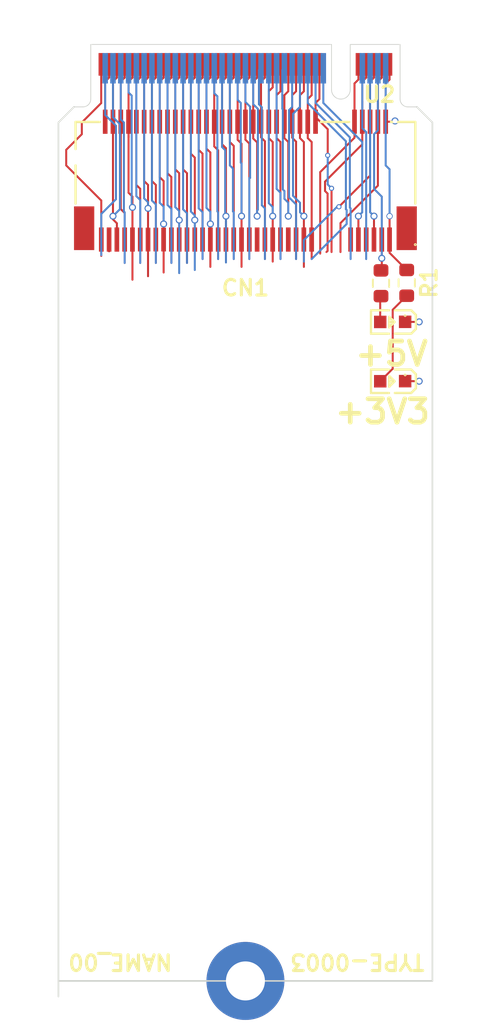
<source format=kicad_pcb>
(kicad_pcb (version 20221018) (generator pcbnew)
  (layers (0 "F.Cu" signal) (1 "In1.Cu" signal) (2 "In2.Cu" signal) (31 "B.Cu" signal) (34 "B.Paste" user) (35 "F.Paste" user) (36 "B.SilkS" user "B.Silkscreen") (37 "F.SilkS" user "F.Silkscreen") (38 "B.Mask" user) (39 "F.Mask" user) (44 "Edge.Cuts" user))
  (net 0 "")
  (net 1 "Net-(CN1-1-Pad11)")
  (net 2 "Net-(CN1-20-Pad21)")
  (net 3 "Net-(CN1-20-Pad23)")
  (net 4 "Net-(CN1-20-Pad25)")
  (net 5 "Net-(CN1-20-Pad27)")
  (net 6 "Net-(CN1-1-Pad66)")
  (net 7 "Net-(CN1-20-Pad33)")
  (net 8 "Net-(CN1-20-Pad35)")
  (net 9 "Net-(CN1-20-Pad37)")
  (net 10 "Net-(CN1-1-Pad5)")
  (net 11 "Net-(CN1-20-Pad39)")
  (net 12 "Net-(CN1-1-Pad69)")
  (net 13 "Net-(CN1-1-Pad71)")
  (net 14 "Net-(CN1-1-Pad73)")
  (net 15 "Net-(CN1-20-Pad41)")
  (net 16 "+3V3")
  (net 17 "Net-(CN1-20-Pad43)")
  (net 18 "Net-(CN1-20-Pad45)")
  (net 19 "Net-(CN1-20-Pad47)")
  (net 20 "Net-(CN1-20-Pad49)")
  (net 21 "Net-(CN1-20-Pad51)")
  (net 22 "Net-(CN1-20-Pad53)")
  (net 23 "Net-(CN1-20-Pad55)")
  (net 24 "Net-(CN1-20-Pad57)")
  (net 25 "Net-(CN1-20-Pad59)")
  (net 26 "Net-(CN1-20-Pad61)")
  (net 27 "Net-(CN1-1-Pad67)")
  (net 28 "Net-(CN1-1-Pad7)")
  (net 29 "Net-(CN1-20-Pad63)")
  (net 30 "Net-(CN1-1-Pad74)")
  (net 31 "Net-(CN1-1-Pad9)")
  (net 32 "GND")
  (net 33 "Net-(LED1-+)")
  (net 34 "+5V")
  (net 35 "Net-(LED2-+)")
  (net 36 "Net-(CN1-20-Pad29)")
  (net 37 "Net-(CN1-20-Pad31)")
  (net 38 "4")
  (net 39 "6")
  (net 40 "8")
  (net 41 "10")
  (net 42 "20")
  (footprint "NGFF:NGFF_M" (layer "F.Cu") (at 112.5 89.9 180)
    (fp_text reference "U2")
    (fp_text value "~")
    (fp_line (start -11 -4) (end -10.425 -4) (stroke (width 0.05)) (layer "Edge.Cuts"))
    (fp_line (start -9.925 -3.5) (end -9.925 0) (stroke (width 0.05)) (layer "Edge.Cuts"))
    (fp_line (start -9.925 0) (end -6.725 0) (stroke (width 0.05)) (layer "Edge.Cuts"))
    (fp_line (start -6.725 0) (end -6.725 -2.9) (stroke (width 0.05)) (layer "Edge.Cuts"))
    (fp_line (start -5.525 -2.9) (end -5.525 0) (stroke (width 0.05)) (layer "Edge.Cuts"))
    (fp_line (start -5.525 0) (end 0 0) (stroke (width 0.05)) (layer "Edge.Cuts"))
    (fp_line (start 0 0) (end 9.925 0) (stroke (width 0.05)) (layer "Edge.Cuts"))
    (fp_line (start 9.925 0) (end 9.925 -3.5) (stroke (width 0.05)) (layer "Edge.Cuts"))
    (fp_line (start 10.425 -4) (end 11 -4) (stroke (width 0.05)) (layer "Edge.Cuts"))
    (fp_arc (start -10.425 -4) (mid -10.071447 -3.853553) (end -9.925 -3.5) (stroke (width 0.05)) (layer "Edge.Cuts"))
    (fp_arc (start -6.725 -2.9) (mid -6.125 -3.5) (end -5.525 -2.9) (stroke (width 0.05)) (layer "Edge.Cuts"))
    (fp_arc (start 9.925 -3.5) (mid 10.071447 -3.853553) (end 10.425 -4) (stroke (width 0.05)) (layer "Edge.Cuts"))
  )
  (footprint "footprint_old:CONN-SMD_67P-P0.50-V_NASB0-S6701-TS50" (layer "F.Cu") (at 112.4999 98.6252 180)
    (fp_text reference "CN1")
    (fp_text value "NASB0-S6701-TS50")
  )
  (footprint "Resistor_SMD:R_0603_1608Metric" (layer "F.Cu") (at 122.850036 105.174964 -90)
    (fp_text reference "R1")
    (fp_text value "470R")
  )
  (footprint "Resistor_SMD:R_0603_1608Metric" (layer "F.Cu") (at 121.2 105.2 -90)
    (fp_text reference "R2" hide)
    (fp_text value "470R")
  )
  (footprint "MountingHole:MountingHole_2.5mm_Pad_TopBottom" (layer "F.Cu") (at 112.5 149.9 180)
    (fp_text reference "H1" hide)
    (fp_text value "MountingHole")
  )
  (footprint "footprints:LED0603-RD" (layer "F.Cu") (at 121.950036 107.674964 180)
    (fp_text reference "LED1" hide)
    (fp_text value "LTST-C191KRKT")
  )
  (footprint "footprints:LED0603-RD" (layer "F.Cu") (at 121.950036 111.474964 180)
    (fp_text reference "LED2" hide)
    (fp_text value "LTST-C191KRKT")
  )
  (gr_line (start 124.5 149.9) (end 124.5 94.9) (stroke (width 0.1)) (layer "Edge.Cuts"))
  (gr_line (start 124.5 149.9) (end 100.5 149.9) (stroke (width 0.1)) (layer "Edge.Cuts"))
  (gr_line (start 101.5 93.9) (end 100.5 94.9) (stroke (width 0.1)) (layer "Edge.Cuts"))
  (gr_line (start 100.5 150.9) (end 100.5 94.9) (stroke (width 0.1)) (layer "Edge.Cuts"))
  (gr_line (start 123.5 93.9) (end 124.5 94.9) (stroke (width 0.1)) (layer "Edge.Cuts"))
  (gr_text "TYPE-0003          NAME_00" (at 124.1 148.1 180) (layer "F.SilkS") (effects (font (size 1 1) (thickness 0.2) bold) (justify left bottom)))
  (gr_text "+3V3" (at 118.1 114.3) (layer "F.SilkS") (effects (font (size 1.5 1.5) (thickness 0.3) bold) (justify left bottom)))
  (gr_text "+5V" (at 119.4 110.6) (layer "F.SilkS") (effects (font (size 1.5 1.5) (thickness 0.3) bold) (justify left bottom)))
  (segment (start 117 91.425) (end 117 93.65) (width 0.127) (layer "B.Cu") (net 1))
  (segment (start 117 93.65) (end 119.2 95.85) (width 0.127) (layer "B.Cu") (net 1))
  (segment (start 119.2 95.85) (end 119.2 100.35) (width 0.127) (layer "B.Cu") (net 1))
  (segment (start 119.2 100.35) (end 119.25 100.4) (width 0.127) (layer "B.Cu") (net 1))
  (segment (start 119.25 100.4) (end 119.25 103.65) (width 0.127) (layer "B.Cu") (net 1))
  (segment (start 116.7498 102.2292) (end 116.7498 102.4) (width 0.127) (layer "F.Cu") (net 2))
  (segment (start 116.75 102.229) (end 116.7498 102.2292) (width 0.127) (layer "F.Cu") (net 2))
  (segment (start 116.75 102.229) (end 116.75 103.65) (width 0.127) (layer "F.Cu") (net 2))
  (segment (start 116.5 94.65) (end 116.5 95.8999) (width 0.127) (layer "F.Cu") (net 2))
  (segment (start 116.75 93.15) (end 116.5 93.4001) (width 0.127) (layer "F.Cu") (net 2))
  (segment (start 116.75 91.175) (end 116.75 93.15) (width 0.127) (layer "F.Cu") (net 2))
  (segment (start 116.5 95.8999) (end 116.75 96.15) (width 0.127) (layer "F.Cu") (net 2))
  (segment (start 116.5 93.4001) (end 116.5 94.65) (width 0.127) (layer "F.Cu") (net 2))
  (segment (start 116.75 96.15) (end 116.75 102.229) (width 0.127) (layer "F.Cu") (net 2))
  (segment (start 116.5 94.65) (end 116.4999 94.6501) (width 0.127) (layer "F.Cu") (net 2))
  (segment (start 116.4999 94.6501) (end 116.4999 94.8501) (width 0.127) (layer "F.Cu") (net 2))
  (segment (start 118.946 100.45521) (end 118.946 96.1) (width 0.127) (layer "B.Cu") (net 2))
  (segment (start 116.5 93.654) (end 116.5 91.425) (width 0.127) (layer "B.Cu") (net 2))
  (segment (start 118.996 101.404) (end 118.996 100.50521) (width 0.127) (layer "B.Cu") (net 2))
  (segment (start 116.75 103.65) (end 118.996 101.404) (width 0.127) (layer "B.Cu") (net 2))
  (segment (start 118.946 96.1) (end 116.5 93.654) (width 0.127) (layer "B.Cu") (net 2))
  (segment (start 118.996 100.50521) (end 118.946 100.45521) (width 0.127) (layer "B.Cu") (net 2))
  (segment (start 116.25 92.9) (end 116 93.1502) (width 0.127) (layer "F.Cu") (net 3))
  (segment (start 116.25 104.15) (end 116.25 100.9) (width 0.127) (layer "F.Cu") (net 3))
  (segment (start 116.25 96.15) (end 116.25 100.9) (width 0.127) (layer "F.Cu") (net 3))
  (segment (start 116 94.525) (end 115.9998 94.5252) (width 0.127) (layer "F.Cu") (net 3))
  (segment (start 116 94.525) (end 116 95.8998) (width 0.127) (layer "F.Cu") (net 3))
  (segment (start 116 93.1502) (end 116 94.525) (width 0.127) (layer "F.Cu") (net 3))
  (segment (start 115.9998 94.5252) (end 115.9998 94.8501) (width 0.127) (layer "F.Cu") (net 3))
  (segment (start 116.25 91.175) (end 116.25 92.9) (width 0.127) (layer "F.Cu") (net 3))
  (segment (start 116 95.8998) (end 116.25 96.15) (width 0.127) (layer "F.Cu") (net 3))
  (via (at 116.25 100.9) (size 0.45) (drill 0.3) (layers "F.Cu" "B.Cu") (net 3))
  (segment (start 116 93.9) (end 116 91.425) (width 0.127) (layer "B.Cu") (net 3))
  (segment (start 115.554 99.59479) (end 115.554 94.346) (width 0.127) (layer "B.Cu") (net 3))
  (segment (start 116.004 100.654) (end 116.004 100.04479) (width 0.127) (layer "B.Cu") (net 3))
  (segment (start 115.554 94.346) (end 116 93.9) (width 0.127) (layer "B.Cu") (net 3))
  (segment (start 116.004 100.04479) (end 115.554 99.59479) (width 0.127) (layer "B.Cu") (net 3))
  (segment (start 116.25 100.9) (end 116.004 100.654) (width 0.127) (layer "B.Cu") (net 3))
  (segment (start 115.75 102.229) (end 115.7498 102.2292) (width 0.127) (layer "F.Cu") (net 4))
  (segment (start 115.4999 94.5126) (end 115.4999 94.8501) (width 0.127) (layer "F.Cu") (net 4))
  (segment (start 115.5 94.5125) (end 115.5 95.8749) (width 0.127) (layer "F.Cu") (net 4))
  (segment (start 115.5 94.5125) (end 115.4999 94.5126) (width 0.127) (layer "F.Cu") (net 4))
  (segment (start 115.75 102.229) (end 115.75 103.65) (width 0.127) (layer "F.Cu") (net 4))
  (segment (start 115.75 92.9) (end 115.5 93.1501) (width 0.127) (layer "F.Cu") (net 4))
  (segment (start 115.5 95.8749) (end 115.75 96.1249) (width 0.127) (layer "F.Cu") (net 4))
  (segment (start 115.5 93.1501) (end 115.5 94.5125) (width 0.127) (layer "F.Cu") (net 4))
  (segment (start 115.75 96.1249) (end 115.75 102.229) (width 0.127) (layer "F.Cu") (net 4))
  (segment (start 115.7498 102.2292) (end 115.7498 102.4) (width 0.127) (layer "F.Cu") (net 4))
  (segment (start 115.75 91.175) (end 115.75 92.9) (width 0.127) (layer "F.Cu") (net 4))
  (segment (start 115.75 100.15) (end 115.75 103.65) (width 0.127) (layer "B.Cu") (net 4))
  (segment (start 115.5 93.904) (end 115.3 94.104) (width 0.127) (layer "B.Cu") (net 4))
  (segment (start 115.3 94.104) (end 115.3 99.7) (width 0.127) (layer "B.Cu") (net 4))
  (segment (start 115.3 99.7) (end 115.75 100.15) (width 0.127) (layer "B.Cu") (net 4))
  (segment (start 115.5 91.425) (end 115.5 93.904) (width 0.127) (layer "B.Cu") (net 4))
  (segment (start 114.9998 94.5252) (end 114.9998 94.8501) (width 0.127) (layer "F.Cu") (net 5))
  (segment (start 115.25 96.15) (end 115 95.8998) (width 0.127) (layer "F.Cu") (net 5))
  (segment (start 115 95.8998) (end 115 94.525) (width 0.127) (layer "F.Cu") (net 5))
  (segment (start 115 94.525) (end 115 93.1502) (width 0.127) (layer "F.Cu") (net 5))
  (segment (start 115 93.1502) (end 115.25 92.9) (width 0.127) (layer "F.Cu") (net 5))
  (segment (start 115 94.525) (end 114.9998 94.5252) (width 0.127) (layer "F.Cu") (net 5))
  (segment (start 115.25 100.9) (end 115.25 96.15) (width 0.127) (layer "F.Cu") (net 5))
  (segment (start 115.25 92.9) (end 115.25 91.175) (width 0.127) (layer "F.Cu") (net 5))
  (via (at 115.25 100.9) (size 0.45) (drill 0.3) (layers "F.Cu" "B.Cu") (net 5))
  (segment (start 114.866 91.5345) (end 114.975 91.425) (width 0.127) (layer "B.Cu") (net 5))
  (segment (start 115.25 100.037) (end 115.004 99.791) (width 0.127) (layer "B.Cu") (net 5))
  (segment (start 115.004 99.791) (end 115.004 99.29459) (width 0.127) (layer "B.Cu") (net 5))
  (segment (start 115.004 99.29459) (end 114.9 99.19059) (width 0.127) (layer "B.Cu") (net 5))
  (segment (start 115.25 100.9) (end 115.25 100.037) (width 0.127) (layer "B.Cu") (net 5))
  (segment (start 114.9 94.0575) (end 114.866 94.0235) (width 0.127) (layer "B.Cu") (net 5))
  (segment (start 114.866 94.0235) (end 114.866 91.5345) (width 0.127) (layer "B.Cu") (net 5))
  (segment (start 114.975 91.425) (end 115 91.425) (width 0.127) (layer "B.Cu") (net 5))
  (segment (start 114.9 99.19059) (end 114.9 94.0575) (width 0.127) (layer "B.Cu") (net 5))
  (segment (start 105.75 92.027) (end 105.5 92.2771) (width 0.127) (layer "F.Cu") (net 6))
  (segment (start 105.7498 102.1042) (end 105.7498 102.4003) (width 0.127) (layer "F.Cu") (net 6))
  (segment (start 105.75 102.104) (end 105.7498 102.1042) (width 0.127) (layer "F.Cu") (net 6))
  (segment (start 105.4999 95.5884) (end 105.4999 94.8504) (width 0.127) (layer "F.Cu") (net 6))
  (segment (start 105.5 95.5885) (end 105.5 98.9) (width 0.127) (layer "F.Cu") (net 6))
  (segment (start 105.5 98.9) (end 105.75 99.1499) (width 0.127) (layer "F.Cu") (net 6))
  (segment (start 105.75 99.1499) (end 105.75 102.104) (width 0.127) (layer "F.Cu") (net 6))
  (segment (start 105.75 91.175) (end 105.75 92.027) (width 0.127) (layer "F.Cu") (net 6))
  (segment (start 105.5 92.2771) (end 105.5 95.5885) (width 0.127) (layer "F.Cu") (net 6))
  (segment (start 105.5 95.5885) (end 105.4999 95.5884) (width 0.127) (layer "F.Cu") (net 6))
  (segment (start 105.75 102.104) (end 105.75 103.9) (width 0.127) (layer "F.Cu") (net 6))
  (segment (start 105.75 99.8684) (end 105.75 103.9) (width 0.127) (layer "B.Cu") (net 6))
  (segment (start 105.5 91.425) (end 105.5 99.6184) (width 0.127) (layer "B.Cu") (net 6))
  (segment (start 105.5 99.6184) (end 105.75 99.8684) (width 0.127) (layer "B.Cu") (net 6))
  (segment (start 113.75 91.175) (end 113.75 92.027) (width 0.127) (layer "F.Cu") (net 7))
  (segment (start 113.75 96.1001) (end 113.75 102.229) (width 0.127) (layer "F.Cu") (net 7))
  (segment (start 113.7498 102.2292) (end 113.7498 102.4) (width 0.127) (layer "F.Cu") (net 7))
  (segment (start 113.4999 94.0636) (end 113.4999 94.8501) (width 0.127) (layer "F.Cu") (net 7))
  (segment (start 113.75 92.027) (end 113.5 92.2771) (width 0.127) (layer "F.Cu") (net 7))
  (segment (start 113.5 94.0635) (end 113.5 95.85) (width 0.127) (layer "F.Cu") (net 7))
  (segment (start 113.5 94.0635) (end 113.4999 94.0636) (width 0.127) (layer "F.Cu") (net 7))
  (segment (start 113.75 102.229) (end 113.7498 102.2292) (width 0.127) (layer "F.Cu") (net 7))
  (segment (start 113.75 102.229) (end 113.75 103.65) (width 0.127) (layer "F.Cu") (net 7))
  (segment (start 113.5 92.2771) (end 113.5 94.0635) (width 0.127) (layer "F.Cu") (net 7))
  (segment (start 113.5 95.85) (end 113.75 96.1001) (width 0.127) (layer "F.Cu") (net 7))
  (segment (start 113.554 93.9219) (end 113.554 100.204) (width 0.127) (layer "B.Cu") (net 7))
  (segment (start 113.475 91.425) (end 113.366 91.5345) (width 0.127) (layer "B.Cu") (net 7))
  (segment (start 113.554 100.204) (end 113.75 100.4) (width 0.127) (layer "B.Cu") (net 7))
  (segment (start 113.75 100.4) (end 113.75 103.65) (width 0.127) (layer "B.Cu") (net 7))
  (segment (start 113.5 91.425) (end 113.475 91.425) (width 0.127) (layer "B.Cu") (net 7))
  (segment (start 113.366 93.7339) (end 113.554 93.9219) (width 0.127) (layer "B.Cu") (net 7))
  (segment (start 113.366 91.5345) (end 113.366 93.7339) (width 0.127) (layer "B.Cu") (net 7))
  (segment (start 113 92.2772) (end 113 94.1011) (width 0.127) (layer "F.Cu") (net 8))
  (segment (start 112.9998 94.1013) (end 112.9998 94.8501) (width 0.127) (layer "F.Cu") (net 8))
  (segment (start 113.25 92.027) (end 113 92.2772) (width 0.127) (layer "F.Cu") (net 8))
  (segment (start 113 95.925) (end 113.25 96.1752) (width 0.127) (layer "F.Cu") (net 8))
  (segment (start 113.25 91.175) (end 113.25 92.027) (width 0.127) (layer "F.Cu") (net 8))
  (segment (start 113.25 96.1752) (end 113.25 100.9) (width 0.127) (layer "F.Cu") (net 8))
  (segment (start 113 94.1011) (end 112.9998 94.1013) (width 0.127) (layer "F.Cu") (net 8))
  (segment (start 113 94.1011) (end 113 95.925) (width 0.127) (layer "F.Cu") (net 8))
  (via (at 113.25 100.9) (size 0.45) (drill 0.3) (layers "F.Cu" "B.Cu") (net 8))
  (segment (start 113.3 100.491) (end 113.25 100.541) (width 0.127) (layer "B.Cu") (net 8))
  (segment (start 113.3 94.027172) (end 113.3 100.491) (width 0.127) (layer "B.Cu") (net 8))
  (segment (start 113.25 100.541) (end 113.25 100.9) (width 0.127) (layer "B.Cu") (net 8))
  (segment (start 113 91.425) (end 113 93.727172) (width 0.127) (layer "B.Cu") (net 8))
  (segment (start 113 93.727172) (end 113.3 94.027172) (width 0.127) (layer "B.Cu") (net 8))
  (segment (start 112.5 92.2771) (end 112.5 94.1385) (width 0.127) (layer "F.Cu") (net 9))
  (segment (start 112.75 102.229) (end 112.7498 102.2292) (width 0.127) (layer "F.Cu") (net 9))
  (segment (start 112.4999 94.1386) (end 112.4999 94.8501) (width 0.127) (layer "F.Cu") (net 9))
  (segment (start 112.75 96.2499) (end 112.75 102.229) (width 0.127) (layer "F.Cu") (net 9))
  (segment (start 112.5 94.1385) (end 112.4999 94.1386) (width 0.127) (layer "F.Cu") (net 9))
  (segment (start 112.7498 102.2292) (end 112.7498 102.4) (width 0.127) (layer "F.Cu") (net 9))
  (segment (start 112.75 91.175) (end 112.75 92.027) (width 0.127) (layer "F.Cu") (net 9))
  (segment (start 112.5 94.1385) (end 112.5 95.9999) (width 0.127) (layer "F.Cu") (net 9))
  (segment (start 112.75 102.229) (end 112.75 103.65) (width 0.127) (layer "F.Cu") (net 9))
  (segment (start 112.5 95.9999) (end 112.75 96.2499) (width 0.127) (layer "F.Cu") (net 9))
  (segment (start 112.75 92.027) (end 112.5 92.2771) (width 0.127) (layer "F.Cu") (net 9))
  (segment (start 112.8068 93.8932) (end 112.8 93.9) (width 0.127) (layer "B.Cu") (net 9))
  (segment (start 112.8 93.9) (end 112.8 98.4498) (width 0.127) (layer "B.Cu") (net 9))
  (segment (start 112.75 98.45) (end 112.75 103.65) (width 0.127) (layer "B.Cu") (net 9))
  (segment (start 112.8 98.4498) (end 112.7998 98.45) (width 0.127) (layer "B.Cu") (net 9))
  (segment (start 112.5 93.5868) (end 112.8068 93.8932) (width 0.127) (layer "B.Cu") (net 9))
  (segment (start 112.5 91.425) (end 112.5 93.5868) (width 0.127) (layer "B.Cu") (net 9))
  (segment (start 112.7998 98.45) (end 112.75 98.45) (width 0.127) (layer "B.Cu") (net 9))
  (segment (start 120.75 100.9) (end 120.75 102.3209) (width 0.127) (layer "F.Cu") (net 10))
  (segment (start 120.75 102.3209) (end 120.7498 102.3211) (width 0.127) (layer "F.Cu") (net 10))
  (segment (start 120.7498 102.3211) (end 120.7498 102.4) (width 0.127) (layer "F.Cu") (net 10))
  (via (at 120.75 100.9) (size 0.45) (drill 0.3) (layers "F.Cu" "B.Cu") (net 10))
  (segment (start 120.504 100.654) (end 120.504 95.412) (width 0.127) (layer "B.Cu") (net 10))
  (segment (start 120.5 95.408) (end 120.5 91.425) (width 0.127) (layer "B.Cu") (net 10))
  (segment (start 120.75 100.9) (end 120.504 100.654) (width 0.127) (layer "B.Cu") (net 10))
  (segment (start 120.504 95.412) (end 120.5 95.408) (width 0.127) (layer "B.Cu") (net 10))
  (segment (start 112 92.2772) (end 112 94.1433) (width 0.127) (layer "F.Cu") (net 11))
  (segment (start 112.25 100.9) (end 112.25 104.15) (width 0.127) (layer "F.Cu") (net 11))
  (segment (start 112.25 92.027) (end 112 92.2772) (width 0.127) (layer "F.Cu") (net 11))
  (segment (start 112.25 91.175) (end 112.25 92.027) (width 0.127) (layer "F.Cu") (net 11))
  (segment (start 112 94.1433) (end 112 96.0094) (width 0.127) (layer "F.Cu") (net 11))
  (segment (start 112 94.1433) (end 111.9998 94.1435) (width 0.127) (layer "F.Cu") (net 11))
  (segment (start 112.25 96.2596) (end 112.25 100.9) (width 0.127) (layer "F.Cu") (net 11))
  (segment (start 112 96.0094) (end 112.25 96.2596) (width 0.127) (layer "F.Cu") (net 11))
  (segment (start 111.9998 94.1435) (end 111.9998 94.8501) (width 0.127) (layer "F.Cu") (net 11))
  (via (at 112.25 100.9) (size 0.45) (drill 0.3) (layers "F.Cu" "B.Cu") (net 11))
  (segment (start 112 93.4461) (end 112.2 93.646077) (width 0.127) (layer "B.Cu") (net 11))
  (segment (start 112 91.425) (end 112 93.4461) (width 0.127) (layer "B.Cu") (net 11))
  (segment (start 112.2 97.4722) (end 112.25 97.5222) (width 0.127) (layer "B.Cu") (net 11))
  (segment (start 112.25 97.5222) (end 112.25 100.9) (width 0.127) (layer "B.Cu") (net 11))
  (segment (start 112.2 93.646077) (end 112.2 97.4722) (width 0.127) (layer "B.Cu") (net 11))
  (segment (start 104.7498 102.2997) (end 104.7498 102.4) (width 0.127) (layer "F.Cu") (net 12))
  (segment (start 104.4999 96.3629) (end 104.4999 94.8504) (width 0.127) (layer "F.Cu") (net 12))
  (segment (start 104.5 92.2771) (end 104.5 96.363) (width 0.127) (layer "F.Cu") (net 12))
  (segment (start 104.75 91.175) (end 104.75 92.027) (width 0.127) (layer "F.Cu") (net 12))
  (segment (start 104.5 96.363) (end 104.4999 96.3629) (width 0.127) (layer "F.Cu") (net 12))
  (segment (start 104.75 102.2995) (end 104.75 103.9) (width 0.127) (layer "F.Cu") (net 12))
  (segment (start 104.75 100.699) (end 104.75 102.2995) (width 0.127) (layer "F.Cu") (net 12))
  (segment (start 104.75 92.027) (end 104.5 92.2771) (width 0.127) (layer "F.Cu") (net 12))
  (segment (start 104.5 100.449) (end 104.75 100.699) (width 0.127) (layer "F.Cu") (net 12))
  (segment (start 104.75 102.2995) (end 104.7498 102.2997) (width 0.127) (layer "F.Cu") (net 12))
  (segment (start 104.5 96.363) (end 104.5 100.449) (width 0.127) (layer "F.Cu") (net 12))
  (segment (start 104.7 100.6) (end 104.75 100.65) (width 0.127) (layer "B.Cu") (net 12))
  (segment (start 104.5 91.425) (end 104.5 94.7) (width 0.127) (layer "B.Cu") (net 12))
  (segment (start 104.75 100.65) (end 104.75 103.9) (width 0.127) (layer "B.Cu") (net 12))
  (segment (start 104.5 94.7) (end 104.7 94.9) (width 0.127) (layer "B.Cu") (net 12))
  (segment (start 104.7 94.9) (end 104.7 100.6) (width 0.127) (layer "B.Cu") (net 12))
  (segment (start 104.25 91.175) (end 104.25 92.027) (width 0.127) (layer "F.Cu") (net 13))
  (segment (start 104 92.2772) (end 104 94.5902) (width 0.127) (layer "F.Cu") (net 13))
  (segment (start 104.25 101.357) (end 104.25 102.4) (width 0.127) (layer "F.Cu") (net 13))
  (segment (start 104 94.5902) (end 103.9998 94.5904) (width 0.127) (layer "F.Cu") (net 13))
  (segment (start 103.9998 94.5904) (end 103.9998 94.8504) (width 0.127) (layer "F.Cu") (net 13))
  (segment (start 104 94.5902) (end 104 100.9) (width 0.127) (layer "F.Cu") (net 13))
  (segment (start 104.25 92.027) (end 104 92.2772) (width 0.127) (layer "F.Cu") (net 13))
  (segment (start 104 100.9) (end 104 101.107) (width 0.127) (layer "F.Cu") (net 13))
  (segment (start 104 101.107) (end 104.25 101.357) (width 0.127) (layer "F.Cu") (net 13))
  (via (at 104 100.9) (size 0.45) (drill 0.3) (layers "F.Cu" "B.Cu") (net 13))
  (segment (start 104.446 95.00521) (end 104 94.55921) (width 0.127) (layer "B.Cu") (net 13))
  (segment (start 104 100.9) (end 104.446 100.454) (width 0.127) (layer "B.Cu") (net 13))
  (segment (start 104.446 100.454) (end 104.446 95.00521) (width 0.127) (layer "B.Cu") (net 13))
  (segment (start 104 94.55921) (end 104 91.425) (width 0.127) (layer "B.Cu") (net 13))
  (segment (start 103.75 103.15) (end 103.75 102.4) (width 0.127) (layer "F.Cu") (net 14))
  (segment (start 103.7498 103.1498) (end 103.7498 102.4) (width 0.127) (layer "F.Cu") (net 14))
  (segment (start 104.192 99.817) (end 103.25 100.759) (width 0.127) (layer "B.Cu") (net 14))
  (segment (start 103.25 100.759) (end 103.25 103.4) (width 0.127) (layer "B.Cu") (net 14))
  (segment (start 103.5 91.425) (end 103.5 94.41842) (width 0.127) (layer "B.Cu") (net 14))
  (segment (start 103.5 94.41842) (end 104.192 95.11042) (width 0.127) (layer "B.Cu") (net 14))
  (segment (start 104.192 95.11042) (end 104.192 99.817) (width 0.127) (layer "B.Cu") (net 14))
  (segment (start 111.75 102.229) (end 111.75 96.4) (width 0.127) (layer "F.Cu") (net 15))
  (segment (start 111.75 102.229) (end 111.7498 102.2292) (width 0.127) (layer "F.Cu") (net 15))
  (segment (start 111.5 94.2136) (end 111.4999 94.2137) (width 0.127) (layer "F.Cu") (net 15))
  (segment (start 111.75 96.4) (end 111.5 96.1501) (width 0.127) (layer "F.Cu") (net 15))
  (segment (start 111.5 94.2136) (end 111.5 92.2771) (width 0.127) (layer "F.Cu") (net 15))
  (segment (start 111.75 92.027) (end 111.75 91.175) (width 0.127) (layer "F.Cu") (net 15))
  (segment (start 111.75 103.65) (end 111.75 102.229) (width 0.127) (layer "F.Cu") (net 15))
  (segment (start 111.7498 102.2292) (end 111.7498 102.4) (width 0.127) (layer "F.Cu") (net 15))
  (segment (start 111.5 96.1501) (end 111.5 94.2136) (width 0.127) (layer "F.Cu") (net 15))
  (segment (start 111.5 92.2771) (end 111.75 92.027) (width 0.127) (layer "F.Cu") (net 15))
  (segment (start 111.4999 94.2137) (end 111.4999 94.8504) (width 0.127) (layer "F.Cu") (net 15))
  (segment (start 111.5 91.425) (end 111.5 97.6496) (width 0.127) (layer "B.Cu") (net 15))
  (segment (start 111.75 100.65) (end 111.75 103.65) (width 0.127) (layer "B.Cu") (net 15))
  (segment (start 111.7 100.6) (end 111.75 100.65) (width 0.127) (layer "B.Cu") (net 15))
  (segment (start 111.7 97.8496) (end 111.7 100.6) (width 0.127) (layer "B.Cu") (net 15))
  (segment (start 111.5 97.6496) (end 111.7 97.8496) (width 0.127) (layer "B.Cu") (net 15))
  (segment (start 121.749836 103.249836) (end 121.9 103.4) (width 0.127) (layer "F.Cu") (net 16))
  (segment (start 121.9 103.4) (end 121.900072 103.4) (width 0.127) (layer "F.Cu") (net 16))
  (segment (start 121.749836 102.400029) (end 121.749836 103.249836) (width 0.127) (layer "F.Cu") (net 16))
  (segment (start 121.75 100.9) (end 121.75 102.3209) (width 0.127) (layer "F.Cu") (net 16))
  (segment (start 121.7498 102.3211) (end 121.7498 102.4) (width 0.127) (layer "F.Cu") (net 16))
  (segment (start 121.900072 103.4) (end 122.850036 104.349964) (width 0.127) (layer "F.Cu") (net 16))
  (segment (start 121.75 102.3209) (end 121.7498 102.3211) (width 0.127) (layer "F.Cu") (net 16))
  (via (at 121.75 100.9) (size 0.4) (drill 0.3) (layers "F.Cu" "B.Cu") (net 16))
  (segment (start 121.5 97.65) (end 121.5 91.425) (width 0.127) (layer "B.Cu") (net 16))
  (segment (start 121.75 100.9) (end 121.75 97.8999) (width 0.127) (layer "B.Cu") (net 16))
  (segment (start 121.75 97.8999) (end 121.5 97.65) (width 0.127) (layer "B.Cu") (net 16))
  (segment (start 111.25 92.027) (end 111 92.2772) (width 0.127) (layer "F.Cu") (net 17))
  (segment (start 111 92.2772) (end 111 94.2841) (width 0.127) (layer "F.Cu") (net 17))
  (segment (start 111 94.2841) (end 110.9998 94.2843) (width 0.127) (layer "F.Cu") (net 17))
  (segment (start 111.25 91.175) (end 111.25 92.027) (width 0.127) (layer "F.Cu") (net 17))
  (segment (start 111 96.291) (end 111.25 96.5412) (width 0.127) (layer "F.Cu") (net 17))
  (segment (start 110.9998 94.2843) (end 110.9998 94.8504) (width 0.127) (layer "F.Cu") (net 17))
  (segment (start 111 94.2841) (end 111 96.291) (width 0.127) (layer "F.Cu") (net 17))
  (segment (start 111.25 100.9) (end 111.25 102.4) (width 0.127) (layer "F.Cu") (net 17))
  (segment (start 111.25 96.5412) (end 111.25 100.9) (width 0.127) (layer "F.Cu") (net 17))
  (via (at 111.25 100.9) (size 0.45) (drill 0.3) (layers "F.Cu" "B.Cu") (net 17))
  (segment (start 111.2 96.672) (end 111.2 100.741) (width 0.127) (layer "B.Cu") (net 17))
  (segment (start 111.25 103.87) (end 111.25 100.9) (width 0.127) (layer "B.Cu") (net 17))
  (segment (start 111 91.425) (end 111 96.472) (width 0.127) (layer "B.Cu") (net 17))
  (segment (start 111 96.472) (end 111.2 96.672) (width 0.127) (layer "B.Cu") (net 17))
  (segment (start 111.25 100.791) (end 111.25 100.9) (width 0.127) (layer "B.Cu") (net 17))
  (segment (start 111.2 100.741) (end 111.25 100.791) (width 0.127) (layer "B.Cu") (net 17))
  (segment (start 110.5 96.4316) (end 110.75 96.6816) (width 0.127) (layer "F.Cu") (net 18))
  (segment (start 110.75 102.479) (end 110.75 103.65) (width 0.127) (layer "F.Cu") (net 18))
  (segment (start 110.75 91.175) (end 110.75 92.027) (width 0.127) (layer "F.Cu") (net 18))
  (segment (start 110.5 94.3543) (end 110.4999 94.3544) (width 0.127) (layer "F.Cu") (net 18))
  (segment (start 110.5 94.3543) (end 110.5 96.4316) (width 0.127) (layer "F.Cu") (net 18))
  (segment (start 110.75 102.479) (end 110.7498 102.4788) (width 0.127) (layer "F.Cu") (net 18))
  (segment (start 110.4999 94.3544) (end 110.4999 94.8504) (width 0.127) (layer "F.Cu") (net 18))
  (segment (start 110.75 92.027) (end 110.5 92.2771) (width 0.127) (layer "F.Cu") (net 18))
  (segment (start 110.5 92.2771) (end 110.5 94.3543) (width 0.127) (layer "F.Cu") (net 18))
  (segment (start 110.75 96.6816) (end 110.75 102.479) (width 0.127) (layer "F.Cu") (net 18))
  (segment (start 110.7498 102.4788) (end 110.7498 102.4) (width 0.127) (layer "F.Cu") (net 18))
  (segment (start 110.75 103.65) (end 110.75 100.65) (width 0.127) (layer "B.Cu") (net 18))
  (segment (start 110.5 93.0237) (end 110.5 91.425) (width 0.127) (layer "B.Cu") (net 18))
  (segment (start 110.7 93.2237) (end 110.5 93.0237) (width 0.127) (layer "B.Cu") (net 18))
  (segment (start 110.7 100.6) (end 110.7 93.2237) (width 0.127) (layer "B.Cu") (net 18))
  (segment (start 110.75 100.65) (end 110.7 100.6) (width 0.127) (layer "B.Cu") (net 18))
  (segment (start 109.9998 94.4251) (end 109.9998 94.8504) (width 0.127) (layer "F.Cu") (net 19))
  (segment (start 110.25 91.175) (end 110.25 92.027) (width 0.127) (layer "F.Cu") (net 19))
  (segment (start 110.25 92.027) (end 110 92.2772) (width 0.127) (layer "F.Cu") (net 19))
  (segment (start 110.25 96.8228) (end 110.25 101.4) (width 0.127) (layer "F.Cu") (net 19))
  (segment (start 110 92.2772) (end 110 94.4249) (width 0.127) (layer "F.Cu") (net 19))
  (segment (start 110.25 101.4) (end 110.25 104.15) (width 0.127) (layer "F.Cu") (net 19))
  (segment (start 110 94.4249) (end 109.9998 94.4251) (width 0.127) (layer "F.Cu") (net 19))
  (segment (start 110 96.5726) (end 110.25 96.8228) (width 0.127) (layer "F.Cu") (net 19))
  (segment (start 110 94.4249) (end 110 96.5726) (width 0.127) (layer "F.Cu") (net 19))
  (via (at 110.25 101.4) (size 0.45) (drill 0.3) (layers "F.Cu" "B.Cu") (net 19))
  (segment (start 110.25 101.4) (end 110.25 100.6205) (width 0.127) (layer "B.Cu") (net 19))
  (segment (start 110.25 100.6205) (end 110 100.3705) (width 0.127) (layer "B.Cu") (net 19))
  (segment (start 110 100.3705) (end 110 91.425) (width 0.127) (layer "B.Cu") (net 19))
  (segment (start 109.5 94.4636) (end 109.4999 94.4637) (width 0.127) (layer "F.Cu") (net 20))
  (segment (start 109.746 102.396) (end 109.7498 102.3998) (width 0.127) (layer "F.Cu") (net 20))
  (segment (start 109.5 92.2771) (end 109.5 94.4636) (width 0.127) (layer "F.Cu") (net 20))
  (segment (start 109.7498 102.3998) (end 109.7498 102.4) (width 0.127) (layer "F.Cu") (net 20))
  (segment (start 109.75 102.4) (end 109.75 103.65) (width 0.127) (layer "F.Cu") (net 20))
  (segment (start 109.75 91.175) (end 109.75 92.027) (width 0.127) (layer "F.Cu") (net 20))
  (segment (start 109.746 96.8959) (end 109.746 102.396) (width 0.127) (layer "F.Cu") (net 20))
  (segment (start 109.75 92.027) (end 109.5 92.2771) (width 0.127) (layer "F.Cu") (net 20))
  (segment (start 109.5 94.4636) (end 109.5 96.6501) (width 0.127) (layer "F.Cu") (net 20))
  (segment (start 109.4999 94.4637) (end 109.4999 94.8504) (width 0.127) (layer "F.Cu") (net 20))
  (segment (start 109.5 96.6501) (end 109.746 96.8959) (width 0.127) (layer "F.Cu") (net 20))
  (segment (start 109.7498 102.3998) (end 109.75 102.4) (width 0.127) (layer "F.Cu") (net 20))
  (segment (start 109.5 91.425) (end 109.5 100.4) (width 0.127) (layer "B.Cu") (net 20))
  (segment (start 109.5 100.4) (end 109.75 100.65) (width 0.127) (layer "B.Cu") (net 20))
  (segment (start 109.75 100.65) (end 109.75 103.65) (width 0.127) (layer "B.Cu") (net 20))
  (segment (start 109.25 97.15) (end 109.25 101.15) (width 0.127) (layer "F.Cu") (net 21))
  (segment (start 109 96.9) (end 109.25 97.15) (width 0.127) (layer "F.Cu") (net 21))
  (segment (start 108.9998 94.5888) (end 108.9998 94.8504) (width 0.127) (layer "F.Cu") (net 21))
  (segment (start 109 94.5886) (end 109 96.9) (width 0.127) (layer "F.Cu") (net 21))
  (segment (start 109.25 101.15) (end 109.25 102.4) (width 0.127) (layer "F.Cu") (net 21))
  (segment (start 109 92.2772) (end 109 94.5886) (width 0.127) (layer "F.Cu") (net 21))
  (segment (start 109 94.5886) (end 108.9998 94.5888) (width 0.127) (layer "F.Cu") (net 21))
  (segment (start 109.25 92.027) (end 109 92.2772) (width 0.127) (layer "F.Cu") (net 21))
  (segment (start 109.25 91.175) (end 109.25 92.027) (width 0.127) (layer "F.Cu") (net 21))
  (via (at 109.25 101.15) (size 0.45) (drill 0.3) (layers "F.Cu" "B.Cu") (net 21))
  (segment (start 109 100.604) (end 109.25 100.854) (width 0.127) (layer "B.Cu") (net 21))
  (segment (start 109 91.425) (end 109 100.604) (width 0.127) (layer "B.Cu") (net 21))
  (segment (start 109.25 100.854) (end 109.25 101.15) (width 0.127) (layer "B.Cu") (net 21))
  (segment (start 109.25 101.15) (end 109.25 104.35) (width 0.127) (layer "B.Cu") (net 21))
  (segment (start 108.5 95.0886) (end 108.4999 95.0885) (width 0.127) (layer "F.Cu") (net 22))
  (segment (start 108.75 102.479) (end 108.75 98.15) (width 0.127) (layer "F.Cu") (net 22))
  (segment (start 108.75 103.9) (end 108.75 102.479) (width 0.127) (layer "F.Cu") (net 22))
  (segment (start 108.4999 95.0885) (end 108.4999 94.8504) (width 0.127) (layer "F.Cu") (net 22))
  (segment (start 108.75 98.15) (end 108.5 97.9001) (width 0.127) (layer "F.Cu") (net 22))
  (segment (start 108.75 92.027) (end 108.75 91.175) (width 0.127) (layer "F.Cu") (net 22))
  (segment (start 108.5 95.0886) (end 108.5 92.2771) (width 0.127) (layer "F.Cu") (net 22))
  (segment (start 108.75 102.479) (end 108.7498 102.4788) (width 0.127) (layer "F.Cu") (net 22))
  (segment (start 108.5 92.2771) (end 108.75 92.027) (width 0.127) (layer "F.Cu") (net 22))
  (segment (start 108.7498 102.4788) (end 108.7498 102.4) (width 0.127) (layer "F.Cu") (net 22))
  (segment (start 108.5 97.9001) (end 108.5 95.0886) (width 0.127) (layer "F.Cu") (net 22))
  (segment (start 108.5 91.425) (end 108.5 100.463) (width 0.127) (layer "B.Cu") (net 22))
  (segment (start 108.5 100.463) (end 108.75 100.713) (width 0.127) (layer "B.Cu") (net 22))
  (segment (start 108.75 100.713) (end 108.75 103.9) (width 0.127) (layer "B.Cu") (net 22))
  (segment (start 108.25 98.15) (end 108 97.8998) (width 0.127) (layer "F.Cu") (net 23))
  (segment (start 108 97.8998) (end 108 95.0885) (width 0.127) (layer "F.Cu") (net 23))
  (segment (start 108.25 101.15) (end 108.25 102.4) (width 0.127) (layer "F.Cu") (net 23))
  (segment (start 108 92.2772) (end 108.25 92.027) (width 0.127) (layer "F.Cu") (net 23))
  (segment (start 108.25 92.027) (end 108.25 91.175) (width 0.127) (layer "F.Cu") (net 23))
  (segment (start 108.25 101.15) (end 108.25 98.15) (width 0.127) (layer "F.Cu") (net 23))
  (segment (start 108 95.0885) (end 108 92.2772) (width 0.127) (layer "F.Cu") (net 23))
  (segment (start 108 95.0885) (end 107.9998 95.0883) (width 0.127) (layer "F.Cu") (net 23))
  (segment (start 107.9998 95.0883) (end 107.9998 94.8504) (width 0.127) (layer "F.Cu") (net 23))
  (via (at 108.25 101.15) (size 0.45) (drill 0.3) (layers "F.Cu" "B.Cu") (net 23))
  (segment (start 108.25 100.572) (end 108.25 101.15) (width 0.127) (layer "B.Cu") (net 23))
  (segment (start 108 91.425) (end 108 100.322) (width 0.127) (layer "B.Cu") (net 23))
  (segment (start 108 100.322) (end 108.25 100.572) (width 0.127) (layer "B.Cu") (net 23))
  (segment (start 108.25 101.15) (end 108.25 104.55) (width 0.127) (layer "B.Cu") (net 23))
  (segment (start 107.5 95.2135) (end 107.5 92.2771) (width 0.127) (layer "F.Cu") (net 24))
  (segment (start 107.75 102.4) (end 107.7498 102.3998) (width 0.127) (layer "F.Cu") (net 24))
  (segment (start 107.5 92.2771) (end 107.75 92.027) (width 0.127) (layer "F.Cu") (net 24))
  (segment (start 107.75 103.9) (end 107.75 102.4) (width 0.127) (layer "F.Cu") (net 24))
  (segment (start 107.7498 102.3998) (end 107.7498 102.4) (width 0.127) (layer "F.Cu") (net 24))
  (segment (start 107.4999 95.2134) (end 107.4999 94.8504) (width 0.127) (layer "F.Cu") (net 24))
  (segment (start 107.5 98.15) (end 107.5 95.2135) (width 0.127) (layer "F.Cu") (net 24))
  (segment (start 107.746 98.3958) (end 107.5 98.15) (width 0.127) (layer "F.Cu") (net 24))
  (segment (start 107.75 92.027) (end 107.75 91.175) (width 0.127) (layer "F.Cu") (net 24))
  (segment (start 107.7498 102.3998) (end 107.746 102.396) (width 0.127) (layer "F.Cu") (net 24))
  (segment (start 107.5 95.2135) (end 107.4999 95.2134) (width 0.127) (layer "F.Cu") (net 24))
  (segment (start 107.746 102.396) (end 107.746 98.3958) (width 0.127) (layer "F.Cu") (net 24))
  (segment (start 107.5 91.425) (end 107.5 100.182) (width 0.127) (layer "B.Cu") (net 24))
  (segment (start 107.5 100.182) (end 107.75 100.432) (width 0.127) (layer "B.Cu") (net 24))
  (segment (start 107.75 100.432) (end 107.75 103.9) (width 0.127) (layer "B.Cu") (net 24))
  (segment (start 107 95.3386) (end 106.9998 95.3384) (width 0.127) (layer "F.Cu") (net 25))
  (segment (start 107 92.2772) (end 107.25 92.027) (width 0.127) (layer "F.Cu") (net 25))
  (segment (start 107.25 92.027) (end 107.25 91.175) (width 0.127) (layer "F.Cu") (net 25))
  (segment (start 107 98.4) (end 107 95.3386) (width 0.127) (layer "F.Cu") (net 25))
  (segment (start 107.25 104.5119) (end 107.25 101.4) (width 0.127) (layer "F.Cu") (net 25))
  (segment (start 106.9998 95.3384) (end 106.9998 94.8504) (width 0.127) (layer "F.Cu") (net 25))
  (segment (start 107.25 98.65) (end 107 98.4) (width 0.127) (layer "F.Cu") (net 25))
  (segment (start 107.25 101.4) (end 107.25 98.65) (width 0.127) (layer "F.Cu") (net 25))
  (segment (start 107 95.3386) (end 107 92.2772) (width 0.127) (layer "F.Cu") (net 25))
  (via (at 107.25 101.4) (size 0.45) (drill 0.3) (layers "F.Cu" "B.Cu") (net 25))
  (segment (start 107.25 101.4) (end 107.25 100.291) (width 0.127) (layer "B.Cu") (net 25))
  (segment (start 107.25 100.291) (end 107 100.041) (width 0.127) (layer "B.Cu") (net 25))
  (segment (start 107 100.041) (end 107 91.425) (width 0.127) (layer "B.Cu") (net 25))
  (segment (start 106.5 95.4635) (end 106.5 92.2771) (width 0.127) (layer "F.Cu") (net 26))
  (segment (start 106.5 95.4635) (end 106.4999 95.4634) (width 0.127) (layer "F.Cu") (net 26))
  (segment (start 106.5 98.65) (end 106.5 95.4635) (width 0.127) (layer "F.Cu") (net 26))
  (segment (start 106.75 92.027) (end 106.75 91.175) (width 0.127) (layer "F.Cu") (net 26))
  (segment (start 106.75 102.604) (end 106.7498 102.6038) (width 0.127) (layer "F.Cu") (net 26))
  (segment (start 106.75 98.8999) (end 106.5 98.65) (width 0.127) (layer "F.Cu") (net 26))
  (segment (start 106.75 103.9) (end 106.75 102.604) (width 0.127) (layer "F.Cu") (net 26))
  (segment (start 106.7498 102.6038) (end 106.7498 102.4003) (width 0.127) (layer "F.Cu") (net 26))
  (segment (start 106.5 92.2771) (end 106.75 92.027) (width 0.127) (layer "F.Cu") (net 26))
  (segment (start 106.4999 95.4634) (end 106.4999 94.8504) (width 0.127) (layer "F.Cu") (net 26))
  (segment (start 106.75 102.604) (end 106.75 98.8999) (width 0.127) (layer "F.Cu") (net 26))
  (segment (start 106.5 91.425) (end 106.5 99.9) (width 0.127) (layer "B.Cu") (net 26))
  (segment (start 106.5 99.9) (end 106.75 100.15) (width 0.127) (layer "B.Cu") (net 26))
  (segment (start 106.75 100.15) (end 106.75 103.9) (width 0.127) (layer "B.Cu") (net 26))
  (segment (start 105 95.8386) (end 105 99.4) (width 0.127) (layer "F.Cu") (net 27))
  (segment (start 105 92.2772) (end 105 95.8386) (width 0.127) (layer "F.Cu") (net 27))
  (segment (start 105.25 92.027) (end 105 92.2772) (width 0.127) (layer "F.Cu") (net 27))
  (segment (start 105.25 91.175) (end 105.25 92.027) (width 0.127) (layer "F.Cu") (net 27))
  (segment (start 105 95.8386) (end 104.9998 95.8384) (width 0.127) (layer "F.Cu") (net 27))
  (segment (start 105.25 100.339) (end 105.25 104.9737) (width 0.127) (layer "F.Cu") (net 27))
  (segment (start 105.25 99.65) (end 105.25 100.339) (width 0.127) (layer "F.Cu") (net 27))
  (segment (start 105 99.4) (end 105.25 99.65) (width 0.127) (layer "F.Cu") (net 27))
  (segment (start 104.9998 95.8384) (end 104.9998 94.8504) (width 0.127) (layer "F.Cu") (net 27))
  (via (at 105.25 100.339) (size 0.45) (drill 0.3) (layers "F.Cu" "B.Cu") (net 27))
  (segment (start 105 92.9776) (end 105 91.425) (width 0.127) (layer "B.Cu") (net 27))
  (segment (start 105.25 100.339) (end 105.2 100.289) (width 0.127) (layer "B.Cu") (net 27))
  (segment (start 105.2 93.1776) (end 105 92.9776) (width 0.127) (layer "B.Cu") (net 27))
  (segment (start 105.2 100.289) (end 105.2 93.1776) (width 0.127) (layer "B.Cu") (net 27))
  (segment (start 120.25 103.65) (end 120.25 95.5172) (width 0.127) (layer "B.Cu") (net 28))
  (segment (start 120.25 95.5172) (end 120 95.2672) (width 0.127) (layer "B.Cu") (net 28))
  (segment (start 120 95.2672) (end 120 91.425) (width 0.127) (layer "B.Cu") (net 28))
  (segment (start 106 92.2772) (end 106 95.4635) (width 0.127) (layer "F.Cu") (net 29))
  (segment (start 105.9998 95.4633) (end 105.9998 94.8504) (width 0.127) (layer "F.Cu") (net 29))
  (segment (start 106.25 100.4) (end 106.25 104.75) (width 0.127) (layer "F.Cu") (net 29))
  (segment (start 106.25 91.175) (end 106.25 92.027) (width 0.127) (layer "F.Cu") (net 29))
  (segment (start 106 95.4635) (end 105.9998 95.4633) (width 0.127) (layer "F.Cu") (net 29))
  (segment (start 106.25 92.027) (end 106 92.2772) (width 0.127) (layer "F.Cu") (net 29))
  (segment (start 106 95.4635) (end 106 98.6498) (width 0.127) (layer "F.Cu") (net 29))
  (segment (start 106 98.6498) (end 106.25 98.9) (width 0.127) (layer "F.Cu") (net 29))
  (segment (start 106.25 98.9) (end 106.25 100.4) (width 0.127) (layer "F.Cu") (net 29))
  (via (at 106.25 100.4) (size 0.45) (drill 0.3) (layers "F.Cu" "B.Cu") (net 29))
  (segment (start 106 99.759) (end 106.25 100.009) (width 0.127) (layer "B.Cu") (net 29))
  (segment (start 106 91.425) (end 106 99.759) (width 0.127) (layer "B.Cu") (net 29))
  (segment (start 106.25 100.009) (end 106.25 100.4) (width 0.127) (layer "B.Cu") (net 29))
  (segment (start 103.5 94.215) (end 103.5 94.8503) (width 0.127) (layer "F.Cu") (net 30))
  (segment (start 103.75 91.175) (end 103.75 92.027) (width 0.127) (layer "F.Cu") (net 30))
  (segment (start 103.5 94.215) (end 103.4999 94.2151) (width 0.127) (layer "F.Cu") (net 30))
  (segment (start 103.4999 94.2151) (end 103.4999 94.8504) (width 0.127) (layer "F.Cu") (net 30))
  (segment (start 103.5 92.2771) (end 103.5 94.215) (width 0.127) (layer "F.Cu") (net 30))
  (segment (start 103.75 92.027) (end 103.5 92.2771) (width 0.127) (layer "F.Cu") (net 30))
  (segment (start 119.75 100.9) (end 119.75 102.3209) (width 0.127) (layer "F.Cu") (net 31))
  (segment (start 119.7498 102.3211) (end 119.7498 102.4) (width 0.127) (layer "F.Cu") (net 31))
  (segment (start 119.75 102.3209) (end 119.7498 102.3211) (width 0.127) (layer "F.Cu") (net 31))
  (via (at 119.75 100.9) (size 0.45) (drill 0.3) (layers "F.Cu" "B.Cu") (net 31))
  (segment (start 117.5 93.65) (end 117.5 91.425) (width 0.127) (layer "B.Cu") (net 31))
  (segment (start 119.75 100.9) (end 119.996 100.654) (width 0.127) (layer "B.Cu") (net 31))
  (segment (start 119.996 100.654) (end 119.996 96.146) (width 0.127) (layer "B.Cu") (net 31))
  (segment (start 119.996 96.146) (end 117.5 93.65) (width 0.127) (layer "B.Cu") (net 31))
  (segment (start 101 96.65) (end 101 97.65) (width 0.127) (layer "F.Cu") (net 32))
  (segment (start 121.4999 93.8185) (end 121.4999 94.8501) (width 0.127) (layer "F.Cu") (net 32))
  (segment (start 121.5 93.8184) (end 121.4999 93.8185) (width 0.127) (layer "F.Cu") (net 32))
  (segment (start 121.5 94.8501) (end 122.05 94.8501) (width 0.127) (layer "F.Cu") (net 32))
  (segment (start 121.75 91.175) (end 121.75 92.15) (width 0.127) (layer "F.Cu") (net 32))
  (segment (start 102 95.65) (end 101 96.65) (width 0.127) (layer "F.Cu") (net 32))
  (segment (start 121.75 92.15) (end 121.5 92.4001) (width 0.127) (layer "F.Cu") (net 32))
  (segment (start 103.25 99.9) (end 103.25 102.4) (width 0.127) (layer "F.Cu") (net 32))
  (segment (start 123.256894 111.474964) (end 123.253465 111.471535) (width 0.127) (layer "F.Cu") (net 32))
  (segment (start 102 94.9) (end 102 95.65) (width 0.127) (layer "F.Cu") (net 32))
  (segment (start 103.246 93.6541) (end 102 94.9) (width 0.127) (layer "F.Cu") (net 32))
  (segment (start 103.25 102.4) (end 103.25 103.45) (width 0.127) (layer "F.Cu") (net 32))
  (segment (start 121.5 92.4001) (end 121.5 93.8184) (width 0.127) (layer "F.Cu") (net 32))
  (segment (start 103.25 91.175) (end 103.246 91.1791) (width 0.127) (layer "F.Cu") (net 32))
  (segment (start 123.650036 107.674964) (end 122.752932 107.674964) (width 0.127) (layer "F.Cu") (net 32))
  (segment (start 123.253465 111.471535) (end 122.749503 111.471535) (width 0.127) (layer "F.Cu") (net 32))
  (segment (start 103.246 91.1791) (end 103.246 93.6541) (width 0.127) (layer "F.Cu") (net 32))
  (segment (start 123.650036 111.474964) (end 123.256894 111.474964) (width 0.127) (layer "F.Cu") (net 32))
  (segment (start 121.5 93.8184) (end 121.5 94.8501) (width 0.127) (layer "F.Cu") (net 32))
  (segment (start 122.05 94.8501) (end 122.1 94.8) (width 0.127) (layer "F.Cu") (net 32))
  (segment (start 101 97.65) (end 103.25 99.9) (width 0.127) (layer "F.Cu") (net 32))
  (segment (start 122.752932 107.674964) (end 122.749503 107.671535) (width 0.127) (layer "F.Cu") (net 32))
  (via (at 123.650036 111.474964) (size 0.45) (drill 0.3) (layers "F.Cu" "B.Cu") (net 32))
  (via (at 122.1 94.8) (size 0.45) (drill 0.3) (layers "F.Cu" "B.Cu") (net 32))
  (via (at 123.650036 107.674964) (size 0.45) (drill 0.3) (layers "F.Cu" "B.Cu") (net 32))
  (segment (start 121.250036 105.999964) (end 121.150569 106.099431) (width 0.127) (layer "F.Cu") (net 33))
  (segment (start 121.150569 106.099431) (end 121.150569 107.678393) (width 0.127) (layer "F.Cu") (net 33))
  (segment (start 121.249964 103.6) (end 121.249964 102.400029) (width 0.127) (layer "F.Cu") (net 34))
  (segment (start 121.249964 104.325036) (end 121.2 104.375) (width 0.127) (layer "F.Cu") (net 34))
  (segment (start 121.249964 103.6) (end 121.249964 104.325036) (width 0.127) (layer "F.Cu") (net 34))
  (via (at 121.249964 103.6) (size 0.45) (drill 0.3) (layers "F.Cu" "B.Cu") (net 34))
  (segment (start 121 95.4) (end 121 91.425) (width 0.127) (layer "B.Cu") (net 34))
  (segment (start 121.25 103.45) (end 121.25 99.65) (width 0.127) (layer "B.Cu") (net 34))
  (segment (start 121.249964 103.450036) (end 121.25 103.45) (width 0.127) (layer "B.Cu") (net 34))
  (segment (start 121.25 99.65) (end 120.758 99.158) (width 0.127) (layer "B.Cu") (net 34))
  (segment (start 120.758 95.642) (end 121 95.4) (width 0.127) (layer "B.Cu") (net 34))
  (segment (start 121.249964 103.6) (end 121.249964 103.450036) (width 0.127) (layer "B.Cu") (net 34))
  (segment (start 120.758 99.158) (end 120.758 95.642) (width 0.127) (layer "B.Cu") (net 34))
  (segment (start 121.950036 106.899964) (end 121.950036 110.678926) (width 0.127) (layer "F.Cu") (net 35))
  (segment (start 122.850036 105.999964) (end 121.950036 106.899964) (width 0.127) (layer "F.Cu") (net 35))
  (segment (start 121.950036 110.678926) (end 121.150569 111.478393) (width 0.127) (layer "F.Cu") (net 35))
  (segment (start 114.746 102.396) (end 114.746 96.1458) (width 0.127) (layer "F.Cu") (net 36))
  (segment (start 114.7498 102.3998) (end 114.7498 102.4) (width 0.127) (layer "F.Cu") (net 36))
  (segment (start 114.75 103.65) (end 114.75 102.4) (width 0.127) (layer "F.Cu") (net 36))
  (segment (start 114.746 96.1458) (end 114.5 95.8999) (width 0.127) (layer "F.Cu") (net 36))
  (segment (start 114.5 95.8999) (end 114.5 94.525) (width 0.127) (layer "F.Cu") (net 36))
  (segment (start 114.5 94.525) (end 114.5 93.1501) (width 0.127) (layer "F.Cu") (net 36))
  (segment (start 114.4999 94.5251) (end 114.4999 94.8501) (width 0.127) (layer "F.Cu") (net 36))
  (segment (start 114.75 92.9) (end 114.75 91.175) (width 0.127) (layer "F.Cu") (net 36))
  (segment (start 114.75 102.4) (end 114.7498 102.3998) (width 0.127) (layer "F.Cu") (net 36))
  (segment (start 114.5 94.525) (end 114.4999 94.5251) (width 0.127) (layer "F.Cu") (net 36))
  (segment (start 114.5 93.1501) (end 114.75 92.9) (width 0.127) (layer "F.Cu") (net 36))
  (segment (start 114.7498 102.3998) (end 114.746 102.396) (width 0.127) (layer "F.Cu") (net 36))
  (segment (start 114.5 99.1498) (end 114.75 99.3998) (width 0.127) (layer "B.Cu") (net 36))
  (segment (start 114.75 99.3998) (end 114.75 103.65) (width 0.127) (layer "B.Cu") (net 36))
  (segment (start 114.5 91.425) (end 114.5 99.1498) (width 0.127) (layer "B.Cu") (net 36))
  (segment (start 114.25 96.15) (end 114 95.8998) (width 0.127) (layer "F.Cu") (net 37))
  (segment (start 114 95.8998) (end 114 94.4) (width 0.127) (layer "F.Cu") (net 37))
  (segment (start 113.9998 94.4002) (end 113.9998 94.8501) (width 0.127) (layer "F.Cu") (net 37))
  (segment (start 114 94.4) (end 113.9998 94.4002) (width 0.127) (layer "F.Cu") (net 37))
  (segment (start 114.25 103.811145) (end 114.25 100.9) (width 0.127) (layer "F.Cu") (net 37))
  (segment (start 114.25 92.65) (end 114.25 91.175) (width 0.127) (layer "F.Cu") (net 37))
  (segment (start 114 94.4) (end 114 92.9002) (width 0.127) (layer "F.Cu") (net 37))
  (segment (start 114 92.9002) (end 114.25 92.65) (width 0.127) (layer "F.Cu") (net 37))
  (segment (start 114.25 100.9) (end 114.25 96.15) (width 0.127) (layer "F.Cu") (net 37))
  (via (at 114.25 100.9) (size 0.45) (drill 0.3) (layers "F.Cu" "B.Cu") (net 37))
  (segment (start 114 100.068) (end 114 91.425) (width 0.127) (layer "B.Cu") (net 37))
  (segment (start 114.25 100.9) (end 114.25 100.318) (width 0.127) (layer "B.Cu") (net 37))
  (segment (start 114.25 100.318) (end 114 100.068) (width 0.127) (layer "B.Cu") (net 37))
  (segment (start 121.25 91.175) (end 121.25 92.027) (width 0.127) (layer "F.Cu") (net 38))
  (segment (start 121 92.2772) (end 121 93.5636) (width 0.127) (layer "F.Cu") (net 38))
  (segment (start 118.6 101.3455) (end 120.9998 98.9457) (width 0.127) (layer "F.Cu") (net 38))
  (segment (start 120.9998 98.9457) (end 120.9998 93.5638) (width 0.127) (layer "F.Cu") (net 38))
  (segment (start 120.9998 93.5638) (end 121 93.5636) (width 0.127) (layer "F.Cu") (net 38))
  (segment (start 121 93.5636) (end 121 94.8501) (width 0.127) (layer "F.Cu") (net 38))
  (segment (start 118.6 101.3455) (end 118.6 103.2) (width 0.127) (layer "F.Cu") (net 38))
  (segment (start 121.25 92.027) (end 121 92.2772) (width 0.127) (layer "F.Cu") (net 38))
  (segment (start 120.5 93.5636) (end 120.5 94.8501) (width 0.127) (layer "F.Cu") (net 39))
  (segment (start 120.75 91.175) (end 120.75 92.027) (width 0.127) (layer "F.Cu") (net 39))
  (segment (start 120.5 92.2771) (end 120.5 93.5636) (width 0.127) (layer "F.Cu") (net 39))
  (segment (start 118.5 100.3001) (end 120.4999 98.3002) (width 0.127) (layer "F.Cu") (net 39))
  (segment (start 120.75 92.027) (end 120.5 92.2771) (width 0.127) (layer "F.Cu") (net 39))
  (segment (start 120.4999 93.5637) (end 120.5 93.5636) (width 0.127) (layer "F.Cu") (net 39))
  (segment (start 120.4999 98.3002) (end 120.4999 93.5637) (width 0.127) (layer "F.Cu") (net 39))
  (via (at 118.5 100.3001) (size 0.33) (drill 0.2) (layers "F.Cu" "B.Cu") (net 39))
  (segment (start 116.25 102.4338) (end 116.25 103.8164) (width 0.127) (layer "B.Cu") (net 39))
  (segment (start 118.5 100.3001) (end 118.3837 100.3001) (width 0.127) (layer "B.Cu") (net 39))
  (segment (start 118.3837 100.3001) (end 116.25 102.4338) (width 0.127) (layer "B.Cu") (net 39))
  (segment (start 119.9998 93.5638) (end 119.9998 96.2969) (width 0.127) (layer "F.Cu") (net 40))
  (segment (start 117.6087 98.688) (end 117.6087 99.290735) (width 0.127) (layer "F.Cu") (net 40))
  (segment (start 117.7722 99.454235) (end 117.7722 103.1278) (width 0.127) (layer "F.Cu") (net 40))
  (segment (start 120 93.5636) (end 120 94.8501) (width 0.127) (layer "F.Cu") (net 40))
  (segment (start 119.9998 96.2969) (end 117.6087 98.688) (width 0.127) (layer "F.Cu") (net 40))
  (segment (start 120 92.2772) (end 120 93.5636) (width 0.127) (layer "F.Cu") (net 40))
  (segment (start 120 93.5636) (end 119.9998 93.5638) (width 0.127) (layer "F.Cu") (net 40))
  (segment (start 117.7722 103.1278) (end 117.7 103.2) (width 0.127) (layer "F.Cu") (net 40))
  (segment (start 117.6087 99.290735) (end 117.7722 99.454235) (width 0.127) (layer "F.Cu") (net 40))
  (segment (start 120.25 91.175) (end 120.25 92.027) (width 0.127) (layer "F.Cu") (net 40))
  (segment (start 120.25 92.027) (end 120 92.2772) (width 0.127) (layer "F.Cu") (net 40))
  (segment (start 119.5 95.874935) (end 119.5 94.1618) (width 0.127) (layer "F.Cu") (net 41))
  (segment (start 119.5 94.1618) (end 119.5 94.8501) (width 0.127) (layer "F.Cu") (net 41))
  (segment (start 119.5 92.4001) (end 119.5 94.1618) (width 0.127) (layer "F.Cu") (net 41))
  (segment (start 117.3 98.074935) (end 117.3 103.3) (width 0.127) (layer "F.Cu") (net 41))
  (segment (start 119.75 91.175) (end 119.75 92.15) (width 0.127) (layer "F.Cu") (net 41))
  (segment (start 117.3 98.074935) (end 119.5 95.874935) (width 0.127) (layer "F.Cu") (net 41))
  (segment (start 119.75 92.15) (end 119.5 92.4001) (width 0.127) (layer "F.Cu") (net 41))
  (segment (start 117 94.5501) (end 117 94.8501) (width 0.127) (layer "F.Cu") (net 42))
  (segment (start 117 94.5501) (end 117.7803 95.3304) (width 0.127) (layer "F.Cu") (net 42))
  (segment (start 117.7803 95.3304) (end 117.7803 97.0042) (width 0.127) (layer "F.Cu") (net 42))
  (segment (start 116.9998 94.2503) (end 116.9998 94.8501) (width 0.127) (layer "F.Cu") (net 42))
  (segment (start 117.25 91.175) (end 117.25 93.4) (width 0.127) (layer "F.Cu") (net 42))
  (segment (start 117 93.6502) (end 117 94.2501) (width 0.127) (layer "F.Cu") (net 42))
  (segment (start 117 94.2501) (end 116.9998 94.2503) (width 0.127) (layer "F.Cu") (net 42))
  (segment (start 117.25 93.4) (end 117 93.6502) (width 0.127) (layer "F.Cu") (net 42))
  (segment (start 118.0262 99.1178) (end 118.0262 103.2) (width 0.127) (layer "F.Cu") (net 42))
  (segment (start 117 94.2501) (end 117 94.5501) (width 0.127) (layer "F.Cu") (net 42))
  (via (at 117.7803 97.0042) (size 0.33) (drill 0.2) (layers "F.Cu" "B.Cu") (net 42))
  (via (at 118.0262 99.1178) (size 0.33) (drill 0.2) (layers "F.Cu" "B.Cu") (net 42))
  (segment (start 117.7803 98.8719) (end 118.0262 99.1178) (width 0.127) (layer "B.Cu") (net 42))
  (segment (start 117.7803 97.0042) (end 117.7803 98.8719) (width 0.127) (layer "B.Cu") (net 42))
)
</source>
